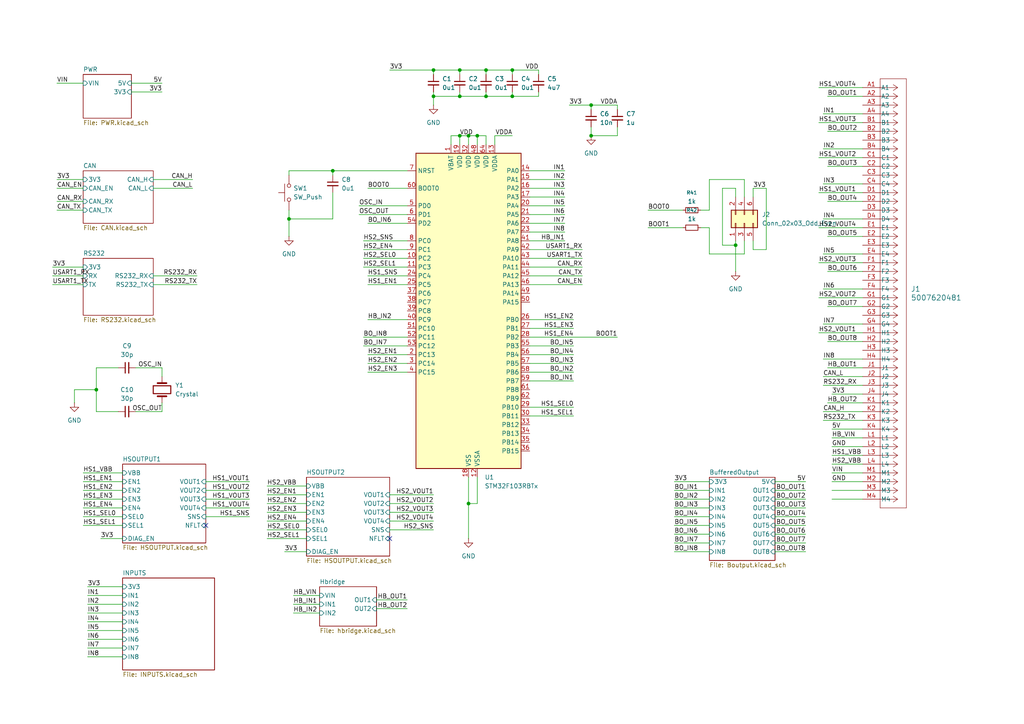
<source format=kicad_sch>
(kicad_sch (version 20250114) (generator "eeschema") (generator_version "9.0")
  (paper "A4")
  (lib_symbols
    (symbol "Connector_Generic:Conn_02x03_Odd_Even" (pin_names (offset 1.016) (hide yes))
      (property "Reference" "J" (at 1.27 5.08 0))
      (property "Value" "Conn_02x03_Odd_Even" (at 1.27 -5.08 0))
      (symbol "Conn_02x03_Odd_Even_1_1"
        (pin passive line (at -5.08 2.54 0) (length 3.81) (name "Pin_1") (number "1"))
        (pin passive line (at -5.08 0 0) (length 3.81) (name "Pin_3") (number "3"))
        (pin passive line (at -5.08 -2.54 0) (length 3.81) (name "Pin_5") (number "5"))
        (pin passive line (at 7.62 2.54 180) (length 3.81) (name "Pin_2") (number "2"))
        (pin passive line (at 7.62 0 180) (length 3.81) (name "Pin_4") (number "4"))
        (pin passive line (at 7.62 -2.54 180) (length 3.81) (name "Pin_6") (number "6"))
      )
    )
    (symbol "Device:C_Small" (pin_numbers (hide yes)) (pin_names (offset 0.254) (hide yes))
      (property "Reference" "C" (at 0.254 1.778 0))
      (property "Value" "C_Small" (at 0.254 -2.032 0))
      (symbol "C_Small_1_1"
        (pin passive line (at 0 2.54 270) (length 2.032) (name "~") (number "1"))
        (pin passive line (at 0 -2.54 90) (length 2.032) (name "~") (number "2"))
      )
    )
    (symbol "Device:Crystal" (pin_numbers (hide yes)) (pin_names (offset 1.016) (hide yes))
      (property "Reference" "Y" (at 0 3.81 0))
      (property "Value" "Crystal" (at 0 -3.81 0))
      (symbol "Crystal_1_1"
        (pin passive line (at -3.81 0 0) (length 1.27) (name "1") (number "1"))
        (pin passive line (at 3.81 0 180) (length 1.27) (name "2") (number "2"))
      )
    )
    (symbol "Device:R_Small" (pin_numbers (hide yes)) (pin_names (offset 0.254) (hide yes))
      (property "Reference" "R" (at 0 0 90))
      (property "Value" "R_Small" (at 1.778 0 90))
      (symbol "R_Small_1_1"
        (pin passive line (at 0 2.54 270) (length 0.762) (name "~") (number "1"))
        (pin passive line (at 0 -2.54 90) (length 0.762) (name "~") (number "2"))
      )
    )
    (symbol "MCU_ST_STM32F1:STM32F103RBTx"
      (property "Reference" "U" (at -15.24 46.99 0))
      (property "Value" "STM32F103RBTx" (at 10.16 46.99 0))
      (symbol "STM32F103RBTx_1_1"
        (pin input line (at -17.78 40.64 0) (length 2.54) (name "NRST") (number "7"))
        (pin input line (at -17.78 35.56 0) (length 2.54) (name "BOOT0") (number "60"))
        (pin bidirectional line (at -17.78 30.48 0) (length 2.54) (name "PD0") (number "5"))
        (pin bidirectional line (at -17.78 27.94 0) (length 2.54) (name "PD1") (number "6"))
        (pin bidirectional line (at -17.78 25.4 0) (length 2.54) (name "PD2") (number "54"))
        (pin bidirectional line (at -17.78 20.32 0) (length 2.54) (name "PC0") (number "8"))
        (pin bidirectional line (at -17.78 17.78 0) (length 2.54) (name "PC1") (number "9"))
        (pin bidirectional line (at -17.78 15.24 0) (length 2.54) (name "PC2") (number "10"))
        (pin bidirectional line (at -17.78 12.7 0) (length 2.54) (name "PC3") (number "11"))
        (pin bidirectional line (at -17.78 10.16 0) (length 2.54) (name "PC4") (number "24"))
        (pin bidirectional line (at -17.78 7.62 0) (length 2.54) (name "PC5") (number "25"))
        (pin bidirectional line (at -17.78 5.08 0) (length 2.54) (name "PC6") (number "37"))
        (pin bidirectional line (at -17.78 2.54 0) (length 2.54) (name "PC7") (number "38"))
        (pin bidirectional line (at -17.78 0 0) (length 2.54) (name "PC8") (number "39"))
        (pin bidirectional line (at -17.78 -2.54 0) (length 2.54) (name "PC9") (number "40"))
        (pin bidirectional line (at -17.78 -5.08 0) (length 2.54) (name "PC10") (number "51"))
        (pin bidirectional line (at -17.78 -7.62 0) (length 2.54) (name "PC11") (number "52"))
        (pin bidirectional line (at -17.78 -10.16 0) (length 2.54) (name "PC12") (number "53"))
        (pin bidirectional line (at -17.78 -12.7 0) (length 2.54) (name "PC13") (number "2"))
        (pin bidirectional line (at -17.78 -15.24 0) (length 2.54) (name "PC14") (number "3"))
        (pin bidirectional line (at -17.78 -17.78 0) (length 2.54) (name "PC15") (number "4"))
        (pin power_in line (at -5.08 48.26 270) (length 2.54) (name "VBAT") (number "1"))
        (pin power_in line (at -2.54 48.26 270) (length 2.54) (name "VDD") (number "19"))
        (pin power_in line (at 0 48.26 270) (length 2.54) (name "VDD") (number "32"))
        (pin power_in line (at 0 -48.26 90) (length 2.54) (name "VSS") (number "18"))
        (pin passive line (at 0 -48.26 90) (length 2.54) (hide yes) (name "VSS") (number "31"))
        (pin passive line (at 0 -48.26 90) (length 2.54) (hide yes) (name "VSS") (number "47"))
        (pin passive line (at 0 -48.26 90) (length 2.54) (hide yes) (name "VSS") (number "63"))
        (pin power_in line (at 2.54 48.26 270) (length 2.54) (name "VDD") (number "48"))
        (pin power_in line (at 2.54 -48.26 90) (length 2.54) (name "VSSA") (number "12"))
        (pin power_in line (at 5.08 48.26 270) (length 2.54) (name "VDD") (number "64"))
        (pin power_in line (at 7.62 48.26 270) (length 2.54) (name "VDDA") (number "13"))
        (pin bidirectional line (at 17.78 40.64 180) (length 2.54) (name "PA0") (number "14"))
        (pin bidirectional line (at 17.78 38.1 180) (length 2.54) (name "PA1") (number "15"))
        (pin bidirectional line (at 17.78 35.56 180) (length 2.54) (name "PA2") (number "16"))
        (pin bidirectional line (at 17.78 33.02 180) (length 2.54) (name "PA3") (number "17"))
        (pin bidirectional line (at 17.78 30.48 180) (length 2.54) (name "PA4") (number "20"))
        (pin bidirectional line (at 17.78 27.94 180) (length 2.54) (name "PA5") (number "21"))
        (pin bidirectional line (at 17.78 25.4 180) (length 2.54) (name "PA6") (number "22"))
        (pin bidirectional line (at 17.78 22.86 180) (length 2.54) (name "PA7") (number "23"))
        (pin bidirectional line (at 17.78 20.32 180) (length 2.54) (name "PA8") (number "41"))
        (pin bidirectional line (at 17.78 17.78 180) (length 2.54) (name "PA9") (number "42"))
        (pin bidirectional line (at 17.78 15.24 180) (length 2.54) (name "PA10") (number "43"))
        (pin bidirectional line (at 17.78 12.7 180) (length 2.54) (name "PA11") (number "44"))
        (pin bidirectional line (at 17.78 10.16 180) (length 2.54) (name "PA12") (number "45"))
        (pin bidirectional line (at 17.78 7.62 180) (length 2.54) (name "PA13") (number "46"))
        (pin bidirectional line (at 17.78 5.08 180) (length 2.54) (name "PA14") (number "49"))
        (pin bidirectional line (at 17.78 2.54 180) (length 2.54) (name "PA15") (number "50"))
        (pin bidirectional line (at 17.78 -2.54 180) (length 2.54) (name "PB0") (number "26"))
        (pin bidirectional line (at 17.78 -5.08 180) (length 2.54) (name "PB1") (number "27"))
        (pin bidirectional line (at 17.78 -7.62 180) (length 2.54) (name "PB2") (number "28"))
        (pin bidirectional line (at 17.78 -10.16 180) (length 2.54) (name "PB3") (number "55"))
        (pin bidirectional line (at 17.78 -12.7 180) (length 2.54) (name "PB4") (number "56"))
        (pin bidirectional line (at 17.78 -15.24 180) (length 2.54) (name "PB5") (number "57"))
        (pin bidirectional line (at 17.78 -17.78 180) (length 2.54) (name "PB6") (number "58"))
        (pin bidirectional line (at 17.78 -20.32 180) (length 2.54) (name "PB7") (number "59"))
        (pin bidirectional line (at 17.78 -22.86 180) (length 2.54) (name "PB8") (number "61"))
        (pin bidirectional line (at 17.78 -25.4 180) (length 2.54) (name "PB9") (number "62"))
        (pin bidirectional line (at 17.78 -27.94 180) (length 2.54) (name "PB10") (number "29"))
        (pin bidirectional line (at 17.78 -30.48 180) (length 2.54) (name "PB11") (number "30"))
        (pin bidirectional line (at 17.78 -33.02 180) (length 2.54) (name "PB12") (number "33"))
        (pin bidirectional line (at 17.78 -35.56 180) (length 2.54) (name "PB13") (number "34"))
        (pin bidirectional line (at 17.78 -38.1 180) (length 2.54) (name "PB14") (number "35"))
        (pin bidirectional line (at 17.78 -40.64 180) (length 2.54) (name "PB15") (number "36"))
      )
    )
    (symbol "Switch:SW_Push" (pin_numbers (hide yes)) (pin_names (offset 1.016) (hide yes))
      (property "Reference" "SW" (at 1.27 2.54 0))
      (property "Value" "SW_Push" (at 0 -1.524 0))
      (symbol "SW_Push_0_1"
        (pin passive line (at -5.08 0 0) (length 2.54) (name "1") (number "1"))
        (pin passive line (at 5.08 0 180) (length 2.54) (name "2") (number "2"))
      )
    )
    (symbol "molex:5007620481" (pin_names (offset 0.254))
      (property "Reference" "J" (at 8.89 6.35 0))
      (property "Value" "5007620481" (at 0 0 0))
      (symbol "5007620481_1_1"
        (pin unspecified line (at 0 0 0) (length 5.08) (name "A1") (number "A1"))
        (pin unspecified line (at 0 -2.54 0) (length 5.08) (name "A2") (number "A2"))
        (pin unspecified line (at 0 -5.08 0) (length 5.08) (name "A3") (number "A3"))
        (pin unspecified line (at 0 -7.62 0) (length 5.08) (name "A4") (number "A4"))
        (pin unspecified line (at 0 -10.16 0) (length 5.08) (name "B1") (number "B1"))
        (pin unspecified line (at 0 -12.7 0) (length 5.08) (name "B2") (number "B2"))
        (pin unspecified line (at 0 -15.24 0) (length 5.08) (name "B3") (number "B3"))
        (pin unspecified line (at 0 -17.78 0) (length 5.08) (name "B4") (number "B4"))
        (pin unspecified line (at 0 -20.32 0) (length 5.08) (name "C1") (number "C1"))
        (pin unspecified line (at 0 -22.86 0) (length 5.08) (name "C2") (number "C2"))
        (pin unspecified line (at 0 -25.4 0) (length 5.08) (name "C3") (number "C3"))
        (pin unspecified line (at 0 -27.94 0) (length 5.08) (name "C4") (number "C4"))
        (pin unspecified line (at 0 -30.48 0) (length 5.08) (name "D1") (number "D1"))
        (pin unspecified line (at 0 -33.02 0) (length 5.08) (name "D2") (number "D2"))
        (pin unspecified line (at 0 -35.56 0) (length 5.08) (name "D3") (number "D3"))
        (pin unspecified line (at 0 -38.1 0) (length 5.08) (name "D4") (number "D4"))
        (pin unspecified line (at 0 -40.64 0) (length 5.08) (name "E1") (number "E1"))
        (pin unspecified line (at 0 -43.18 0) (length 5.08) (name "E2") (number "E2"))
        (pin unspecified line (at 0 -45.72 0) (length 5.08) (name "E3") (number "E3"))
        (pin unspecified line (at 0 -48.26 0) (length 5.08) (name "E4") (number "E4"))
        (pin unspecified line (at 0 -50.8 0) (length 5.08) (name "F1") (number "F1"))
        (pin unspecified line (at 0 -53.34 0) (length 5.08) (name "F2") (number "F2"))
        (pin unspecified line (at 0 -55.88 0) (length 5.08) (name "F3") (number "F3"))
        (pin unspecified line (at 0 -58.42 0) (length 5.08) (name "F4") (number "F4"))
        (pin unspecified line (at 0 -60.96 0) (length 5.08) (name "G1") (number "G1"))
        (pin unspecified line (at 0 -63.5 0) (length 5.08) (name "G2") (number "G2"))
        (pin unspecified line (at 0 -66.04 0) (length 5.08) (name "G3") (number "G3"))
        (pin unspecified line (at 0 -68.58 0) (length 5.08) (name "G4") (number "G4"))
        (pin unspecified line (at 0 -71.12 0) (length 5.08) (name "H1") (number "H1"))
        (pin unspecified line (at 0 -73.66 0) (length 5.08) (name "H2") (number "H2"))
        (pin unspecified line (at 0 -76.2 0) (length 5.08) (name "H3") (number "H3"))
        (pin unspecified line (at 0 -78.74 0) (length 5.08) (name "H4") (number "H4"))
        (pin unspecified line (at 0 -81.28 0) (length 5.08) (name "J1") (number "J1"))
        (pin unspecified line (at 0 -83.82 0) (length 5.08) (name "J2") (number "J2"))
        (pin unspecified line (at 0 -86.36 0) (length 5.08) (name "J3") (number "J3"))
        (pin unspecified line (at 0 -88.9 0) (length 5.08) (name "J4") (number "J4"))
        (pin unspecified line (at 0 -91.44 0) (length 5.08) (name "K1") (number "K1"))
        (pin unspecified line (at 0 -93.98 0) (length 5.08) (name "K2") (number "K2"))
        (pin unspecified line (at 0 -96.52 0) (length 5.08) (name "K3") (number "K3"))
        (pin unspecified line (at 0 -99.06 0) (length 5.08) (name "K4") (number "K4"))
        (pin unspecified line (at 0 -101.6 0) (length 5.08) (name "L1") (number "L1"))
        (pin unspecified line (at 0 -104.14 0) (length 5.08) (name "L2") (number "L2"))
        (pin unspecified line (at 0 -106.68 0) (length 5.08) (name "L3") (number "L3"))
        (pin unspecified line (at 0 -109.22 0) (length 5.08) (name "L4") (number "L4"))
        (pin unspecified line (at 0 -111.76 0) (length 5.08) (name "M1") (number "M1"))
        (pin unspecified line (at 0 -114.3 0) (length 5.08) (name "M2") (number "M2"))
        (pin unspecified line (at 0 -116.84 0) (length 5.08) (name "M3") (number "M3"))
        (pin unspecified line (at 0 -119.38 0) (length 5.08) (name "M4") (number "M4"))
      )
      (symbol "5007620481_1_2"
        (pin unspecified line (at 0 0 0) (length 5.08) (name "A1") (number "A1"))
        (pin unspecified line (at 0 -2.54 0) (length 5.08) (name "A2") (number "A2"))
        (pin unspecified line (at 0 -5.08 0) (length 5.08) (name "A3") (number "A3"))
        (pin unspecified line (at 0 -7.62 0) (length 5.08) (name "A4") (number "A4"))
        (pin unspecified line (at 0 -10.16 0) (length 5.08) (name "B1") (number "B1"))
        (pin unspecified line (at 0 -12.7 0) (length 5.08) (name "B2") (number "B2"))
        (pin unspecified line (at 0 -15.24 0) (length 5.08) (name "B3") (number "B3"))
        (pin unspecified line (at 0 -17.78 0) (length 5.08) (name "B4") (number "B4"))
        (pin unspecified line (at 0 -20.32 0) (length 5.08) (name "C1") (number "C1"))
        (pin unspecified line (at 0 -22.86 0) (length 5.08) (name "C2") (number "C2"))
        (pin unspecified line (at 0 -25.4 0) (length 5.08) (name "C3") (number "C3"))
        (pin unspecified line (at 0 -27.94 0) (length 5.08) (name "C4") (number "C4"))
        (pin unspecified line (at 0 -30.48 0) (length 5.08) (name "D1") (number "D1"))
        (pin unspecified line (at 0 -33.02 0) (length 5.08) (name "D2") (number "D2"))
        (pin unspecified line (at 0 -35.56 0) (length 5.08) (name "D3") (number "D3"))
        (pin unspecified line (at 0 -38.1 0) (length 5.08) (name "D4") (number "D4"))
        (pin unspecified line (at 0 -40.64 0) (length 5.08) (name "E1") (number "E1"))
        (pin unspecified line (at 0 -43.18 0) (length 5.08) (name "E2") (number "E2"))
        (pin unspecified line (at 0 -45.72 0) (length 5.08) (name "E3") (number "E3"))
        (pin unspecified line (at 0 -48.26 0) (length 5.08) (name "E4") (number "E4"))
        (pin unspecified line (at 0 -50.8 0) (length 5.08) (name "F1") (number "F1"))
        (pin unspecified line (at 0 -53.34 0) (length 5.08) (name "F2") (number "F2"))
        (pin unspecified line (at 0 -55.88 0) (length 5.08) (name "F3") (number "F3"))
        (pin unspecified line (at 0 -58.42 0) (length 5.08) (name "F4") (number "F4"))
        (pin unspecified line (at 0 -60.96 0) (length 5.08) (name "G1") (number "G1"))
        (pin unspecified line (at 0 -63.5 0) (length 5.08) (name "G2") (number "G2"))
        (pin unspecified line (at 0 -66.04 0) (length 5.08) (name "G3") (number "G3"))
        (pin unspecified line (at 0 -68.58 0) (length 5.08) (name "G4") (number "G4"))
        (pin unspecified line (at 0 -71.12 0) (length 5.08) (name "H1") (number "H1"))
        (pin unspecified line (at 0 -73.66 0) (length 5.08) (name "H2") (number "H2"))
        (pin unspecified line (at 0 -76.2 0) (length 5.08) (name "H3") (number "H3"))
        (pin unspecified line (at 0 -78.74 0) (length 5.08) (name "H4") (number "H4"))
        (pin unspecified line (at 0 -81.28 0) (length 5.08) (name "J1") (number "J1"))
        (pin unspecified line (at 0 -83.82 0) (length 5.08) (name "J2") (number "J2"))
        (pin unspecified line (at 0 -86.36 0) (length 5.08) (name "J3") (number "J3"))
        (pin unspecified line (at 0 -88.9 0) (length 5.08) (name "J4") (number "J4"))
        (pin unspecified line (at 0 -91.44 0) (length 5.08) (name "K1") (number "K1"))
        (pin unspecified line (at 0 -93.98 0) (length 5.08) (name "K2") (number "K2"))
        (pin unspecified line (at 0 -96.52 0) (length 5.08) (name "K3") (number "K3"))
        (pin unspecified line (at 0 -99.06 0) (length 5.08) (name "K4") (number "K4"))
        (pin unspecified line (at 0 -101.6 0) (length 5.08) (name "L1") (number "L1"))
        (pin unspecified line (at 0 -104.14 0) (length 5.08) (name "L2") (number "L2"))
        (pin unspecified line (at 0 -106.68 0) (length 5.08) (name "L3") (number "L3"))
        (pin unspecified line (at 0 -109.22 0) (length 5.08) (name "L4") (number "L4"))
        (pin unspecified line (at 0 -111.76 0) (length 5.08) (name "M1") (number "M1"))
        (pin unspecified line (at 0 -114.3 0) (length 5.08) (name "M2") (number "M2"))
        (pin unspecified line (at 0 -116.84 0) (length 5.08) (name "M3") (number "M3"))
        (pin unspecified line (at 0 -119.38 0) (length 5.08) (name "M4") (number "M4"))
      )
    )
    (symbol "power:GND" (power) (pin_numbers (hide yes)) (pin_names (offset 0) (hide yes))
      (property "Value" "GND" (at 0 -3.81 0))
      (symbol "GND_1_1"
        (pin power_in line (at 0 0 270) (length 0) (name "~") (number "1"))
      )
    )
  )
  (junction (at 133.35 39.37))
  (junction (at 96.52 49.53))
  (junction (at 171.45 30.48))
  (junction (at 133.35 20.32))
  (junction (at 213.36 71.12))
  (junction (at 135.89 146.05))
  (junction (at 135.89 39.37))
  (junction (at 27.94 113.03))
  (junction (at 140.97 20.32))
  (junction (at 133.35 27.94))
  (junction (at 138.43 39.37))
  (junction (at 125.73 27.94))
  (junction (at 171.45 39.37))
  (junction (at 148.59 20.32))
  (junction (at 125.73 20.32))
  (junction (at 148.59 27.94))
  (junction (at 140.97 27.94))
  (junction (at 83.82 63.5))
  (no_connect (at 59.69 152.4))
  (no_connect (at 113.03 156.21))
  (wire (pts (xy 195.58 144.78) (xy 205.74 144.78)))
  (wire (pts (xy 195.58 139.7) (xy 205.74 139.7)))
  (wire (pts (xy 156.21 26.67) (xy 156.21 27.94)))
  (wire (pts (xy 148.59 27.94) (xy 156.21 27.94)))
  (wire (pts (xy 16.51 60.96) (xy 24.13 60.96)))
  (wire (pts (xy 135.89 146.05) (xy 135.89 156.21)))
  (wire (pts (xy 25.4 177.8) (xy 35.56 177.8)))
  (wire (pts (xy 130.81 39.37) (xy 130.81 41.91)))
  (wire (pts (xy 46.99 106.68) (xy 46.99 109.22)))
  (wire (pts (xy 195.58 157.48) (xy 205.74 157.48)))
  (wire (pts (xy 195.58 154.94) (xy 205.74 154.94)))
  (wire (pts (xy 138.43 146.05) (xy 135.89 146.05)))
  (wire (pts (xy 106.68 102.87) (xy 118.11 102.87)))
  (wire (pts (xy 104.14 59.69) (xy 118.11 59.69)))
  (wire (pts (xy 15.24 80.01) (xy 24.13 80.01)))
  (wire (pts (xy 25.4 187.96) (xy 35.56 187.96)))
  (wire (pts (xy 77.47 148.59) (xy 88.9 148.59)))
  (wire (pts (xy 85.09 175.26) (xy 92.71 175.26)))
  (wire (pts (xy 153.67 57.15) (xy 163.83 57.15)))
  (wire (pts (xy 16.51 24.13) (xy 24.13 24.13)))
  (wire (pts (xy 237.49 66.04) (xy 250.19 66.04)))
  (wire (pts (xy 240.03 78.74) (xy 250.19 78.74)))
  (wire (pts (xy 135.89 39.37) (xy 135.89 41.91)))
  (wire (pts (xy 113.03 148.59) (xy 125.73 148.59)))
  (wire (pts (xy 218.44 69.85) (xy 218.44 72.39)))
  (wire (pts (xy 24.13 147.32) (xy 35.56 147.32)))
  (wire (pts (xy 138.43 138.43) (xy 138.43 146.05)))
  (wire (pts (xy 241.3 142.24) (xy 250.19 142.24)))
  (wire (pts (xy 224.79 149.86) (xy 233.68 149.86)))
  (wire (pts (xy 241.3 127) (xy 250.19 127)))
  (wire (pts (xy 238.76 111.76) (xy 250.19 111.76)))
  (wire (pts (xy 38.1 26.67) (xy 46.99 26.67)))
  (wire (pts (xy 133.35 41.91) (xy 133.35 39.37)))
  (wire (pts (xy 77.47 151.13) (xy 88.9 151.13)))
  (wire (pts (xy 25.4 182.88) (xy 35.56 182.88)))
  (wire (pts (xy 138.43 39.37) (xy 138.43 41.91)))
  (wire (pts (xy 104.14 62.23) (xy 118.11 62.23)))
  (wire (pts (xy 138.43 39.37) (xy 140.97 39.37)))
  (wire (pts (xy 25.4 180.34) (xy 35.56 180.34)))
  (wire (pts (xy 224.79 144.78) (xy 233.68 144.78)))
  (wire (pts (xy 238.76 121.92) (xy 250.19 121.92)))
  (wire (pts (xy 25.4 172.72) (xy 35.56 172.72)))
  (wire (pts (xy 16.51 58.42) (xy 24.13 58.42)))
  (wire (pts (xy 240.03 88.9) (xy 250.19 88.9)))
  (wire (pts (xy 44.45 80.01) (xy 57.15 80.01)))
  (wire (pts (xy 133.35 27.94) (xy 140.97 27.94)))
  (wire (pts (xy 133.35 39.37) (xy 135.89 39.37)))
  (wire (pts (xy 153.67 62.23) (xy 163.83 62.23)))
  (wire (pts (xy 125.73 27.94) (xy 125.73 30.48)))
  (wire (pts (xy 27.94 106.68) (xy 27.94 113.03)))
  (wire (pts (xy 140.97 26.67) (xy 140.97 27.94)))
  (wire (pts (xy 238.76 109.22) (xy 250.19 109.22)))
  (wire (pts (xy 44.45 82.55) (xy 57.15 82.55)))
  (wire (pts (xy 240.03 99.06) (xy 250.19 99.06)))
  (wire (pts (xy 153.67 105.41) (xy 166.37 105.41)))
  (wire (pts (xy 133.35 20.32) (xy 140.97 20.32)))
  (wire (pts (xy 106.68 82.55) (xy 118.11 82.55)))
  (wire (pts (xy 106.68 64.77) (xy 118.11 64.77)))
  (wire (pts (xy 237.49 96.52) (xy 250.19 96.52)))
  (wire (pts (xy 59.69 142.24) (xy 72.39 142.24)))
  (wire (pts (xy 238.76 43.18) (xy 250.19 43.18)))
  (wire (pts (xy 148.59 26.67) (xy 148.59 27.94)))
  (wire (pts (xy 44.45 52.07) (xy 55.88 52.07)))
  (wire (pts (xy 148.59 20.32) (xy 148.59 21.59)))
  (wire (pts (xy 171.45 31.75) (xy 171.45 30.48)))
  (wire (pts (xy 238.76 33.02) (xy 250.19 33.02)))
  (wire (pts (xy 237.49 45.72) (xy 250.19 45.72)))
  (wire (pts (xy 105.41 77.47) (xy 118.11 77.47)))
  (wire (pts (xy 179.07 30.48) (xy 179.07 31.75)))
  (wire (pts (xy 27.94 119.38) (xy 34.29 119.38)))
  (wire (pts (xy 24.13 144.78) (xy 35.56 144.78)))
  (wire (pts (xy 241.3 134.62) (xy 250.19 134.62)))
  (wire (pts (xy 238.76 119.38) (xy 250.19 119.38)))
  (wire (pts (xy 15.24 77.47) (xy 24.13 77.47)))
  (wire (pts (xy 153.67 64.77) (xy 163.83 64.77)))
  (wire (pts (xy 24.13 142.24) (xy 35.56 142.24)))
  (wire (pts (xy 59.69 149.86) (xy 72.39 149.86)))
  (wire (pts (xy 171.45 30.48) (xy 179.07 30.48)))
  (wire (pts (xy 222.25 72.39) (xy 222.25 54.61)))
  (wire (pts (xy 125.73 26.67) (xy 125.73 27.94)))
  (wire (pts (xy 153.67 95.25) (xy 166.37 95.25)))
  (wire (pts (xy 153.67 69.85) (xy 163.83 69.85)))
  (wire (pts (xy 83.82 60.96) (xy 83.82 63.5)))
  (wire (pts (xy 240.03 106.68) (xy 250.19 106.68)))
  (wire (pts (xy 240.03 68.58) (xy 250.19 68.58)))
  (wire (pts (xy 241.3 144.78) (xy 250.19 144.78)))
  (wire (pts (xy 240.03 27.94) (xy 250.19 27.94)))
  (wire (pts (xy 24.13 152.4) (xy 35.56 152.4)))
  (wire (pts (xy 106.68 54.61) (xy 118.11 54.61)))
  (wire (pts (xy 241.3 129.54) (xy 250.19 129.54)))
  (wire (pts (xy 224.79 139.7) (xy 233.68 139.7)))
  (wire (pts (xy 153.67 92.71) (xy 166.37 92.71)))
  (wire (pts (xy 83.82 49.53) (xy 83.82 50.8)))
  (wire (pts (xy 113.03 153.67) (xy 125.73 153.67)))
  (wire (pts (xy 195.58 147.32) (xy 205.74 147.32)))
  (wire (pts (xy 240.03 58.42) (xy 250.19 58.42)))
  (wire (pts (xy 203.2 66.04) (xy 205.74 66.04)))
  (wire (pts (xy 171.45 39.37) (xy 179.07 39.37)))
  (wire (pts (xy 105.41 72.39) (xy 118.11 72.39)))
  (wire (pts (xy 215.9 73.66) (xy 215.9 69.85)))
  (wire (pts (xy 205.74 52.07) (xy 215.9 52.07)))
  (wire (pts (xy 24.13 139.7) (xy 35.56 139.7)))
  (wire (pts (xy 179.07 39.37) (xy 179.07 36.83)))
  (wire (pts (xy 153.67 97.79) (xy 179.07 97.79)))
  (wire (pts (xy 153.67 52.07) (xy 163.83 52.07)))
  (wire (pts (xy 143.51 39.37) (xy 143.51 41.91)))
  (wire (pts (xy 133.35 26.67) (xy 133.35 27.94)))
  (wire (pts (xy 205.74 60.96) (xy 205.74 52.07)))
  (wire (pts (xy 113.03 146.05) (xy 125.73 146.05)))
  (wire (pts (xy 85.09 177.8) (xy 92.71 177.8)))
  (wire (pts (xy 59.69 139.7) (xy 72.39 139.7)))
  (wire (pts (xy 241.3 137.16) (xy 250.19 137.16)))
  (wire (pts (xy 195.58 142.24) (xy 205.74 142.24)))
  (wire (pts (xy 187.96 60.96) (xy 198.12 60.96)))
  (wire (pts (xy 187.96 66.04) (xy 198.12 66.04)))
  (wire (pts (xy 125.73 27.94) (xy 133.35 27.94)))
  (wire (pts (xy 238.76 104.14) (xy 250.19 104.14)))
  (wire (pts (xy 46.99 119.38) (xy 46.99 116.84)))
  (wire (pts (xy 195.58 152.4) (xy 205.74 152.4)))
  (wire (pts (xy 105.41 100.33) (xy 118.11 100.33)))
  (wire (pts (xy 83.82 63.5) (xy 83.82 68.58)))
  (wire (pts (xy 59.69 147.32) (xy 72.39 147.32)))
  (wire (pts (xy 237.49 76.2) (xy 250.19 76.2)))
  (wire (pts (xy 215.9 52.07) (xy 215.9 57.15)))
  (wire (pts (xy 44.45 54.61) (xy 55.88 54.61)))
  (wire (pts (xy 59.69 144.78) (xy 72.39 144.78)))
  (wire (pts (xy 135.89 138.43) (xy 135.89 146.05)))
  (wire (pts (xy 237.49 86.36) (xy 250.19 86.36)))
  (wire (pts (xy 222.25 54.61) (xy 218.44 54.61)))
  (wire (pts (xy 38.1 24.13) (xy 46.99 24.13)))
  (wire (pts (xy 39.37 106.68) (xy 46.99 106.68)))
  (wire (pts (xy 153.67 107.95) (xy 166.37 107.95)))
  (wire (pts (xy 153.67 74.93) (xy 168.91 74.93)))
  (wire (pts (xy 213.36 57.15) (xy 213.36 54.61)))
  (wire (pts (xy 77.47 143.51) (xy 88.9 143.51)))
  (wire (pts (xy 224.79 154.94) (xy 233.68 154.94)))
  (wire (pts (xy 171.45 36.83) (xy 171.45 39.37)))
  (wire (pts (xy 238.76 53.34) (xy 250.19 53.34)))
  (wire (pts (xy 153.67 120.65) (xy 166.37 120.65)))
  (wire (pts (xy 85.09 172.72) (xy 92.71 172.72)))
  (wire (pts (xy 143.51 39.37) (xy 148.59 39.37)))
  (wire (pts (xy 241.3 124.46) (xy 250.19 124.46)))
  (wire (pts (xy 153.67 59.69) (xy 163.83 59.69)))
  (wire (pts (xy 140.97 39.37) (xy 140.97 41.91)))
  (wire (pts (xy 218.44 54.61) (xy 218.44 57.15)))
  (wire (pts (xy 34.29 106.68) (xy 27.94 106.68)))
  (wire (pts (xy 153.67 80.01) (xy 168.91 80.01)))
  (wire (pts (xy 21.59 116.84) (xy 21.59 113.03)))
  (wire (pts (xy 148.59 20.32) (xy 156.21 20.32)))
  (wire (pts (xy 153.67 54.61) (xy 163.83 54.61)))
  (wire (pts (xy 24.13 149.86) (xy 35.56 149.86)))
  (wire (pts (xy 153.67 102.87) (xy 166.37 102.87)))
  (wire (pts (xy 237.49 25.4) (xy 250.19 25.4)))
  (wire (pts (xy 153.67 82.55) (xy 168.91 82.55)))
  (wire (pts (xy 77.47 156.21) (xy 88.9 156.21)))
  (wire (pts (xy 240.03 48.26) (xy 250.19 48.26)))
  (wire (pts (xy 16.51 54.61) (xy 24.13 54.61)))
  (wire (pts (xy 213.36 71.12) (xy 213.36 78.74)))
  (wire (pts (xy 165.1 30.48) (xy 171.45 30.48)))
  (wire (pts (xy 140.97 27.94) (xy 148.59 27.94)))
  (wire (pts (xy 241.3 132.08) (xy 250.19 132.08)))
  (wire (pts (xy 238.76 83.82) (xy 250.19 83.82)))
  (wire (pts (xy 224.79 152.4) (xy 233.68 152.4)))
  (wire (pts (xy 96.52 49.53) (xy 96.52 50.8)))
  (wire (pts (xy 16.51 52.07) (xy 24.13 52.07)))
  (wire (pts (xy 224.79 147.32) (xy 233.68 147.32)))
  (wire (pts (xy 153.67 118.11) (xy 166.37 118.11)))
  (wire (pts (xy 82.55 160.02) (xy 88.9 160.02)))
  (wire (pts (xy 29.21 156.21) (xy 35.56 156.21)))
  (wire (pts (xy 105.41 69.85) (xy 118.11 69.85)))
  (wire (pts (xy 140.97 20.32) (xy 148.59 20.32)))
  (wire (pts (xy 15.24 82.55) (xy 24.13 82.55)))
  (wire (pts (xy 106.68 80.01) (xy 118.11 80.01)))
  (wire (pts (xy 241.3 139.7) (xy 250.19 139.7)))
  (wire (pts (xy 96.52 49.53) (xy 83.82 49.53)))
  (wire (pts (xy 105.41 74.93) (xy 118.11 74.93)))
  (wire (pts (xy 96.52 55.88) (xy 96.52 63.5)))
  (wire (pts (xy 153.67 77.47) (xy 168.91 77.47)))
  (wire (pts (xy 25.4 170.18) (xy 35.56 170.18)))
  (wire (pts (xy 25.4 190.5) (xy 35.56 190.5)))
  (wire (pts (xy 109.22 176.53) (xy 118.11 176.53)))
  (wire (pts (xy 25.4 175.26) (xy 35.56 175.26)))
  (wire (pts (xy 96.52 63.5) (xy 83.82 63.5)))
  (wire (pts (xy 153.67 100.33) (xy 166.37 100.33)))
  (wire (pts (xy 113.03 143.51) (xy 125.73 143.51)))
  (wire (pts (xy 241.3 114.3) (xy 250.19 114.3)))
  (wire (pts (xy 133.35 39.37) (xy 130.81 39.37)))
  (wire (pts (xy 238.76 93.98) (xy 250.19 93.98)))
  (wire (pts (xy 105.41 97.79) (xy 118.11 97.79)))
  (wire (pts (xy 27.94 113.03) (xy 27.94 119.38)))
  (wire (pts (xy 106.68 107.95) (xy 118.11 107.95)))
  (wire (pts (xy 238.76 63.5) (xy 250.19 63.5)))
  (wire (pts (xy 153.67 110.49) (xy 166.37 110.49)))
  (wire (pts (xy 106.68 92.71) (xy 118.11 92.71)))
  (wire (pts (xy 125.73 20.32) (xy 133.35 20.32)))
  (wire (pts (xy 240.03 116.84) (xy 250.19 116.84)))
  (wire (pts (xy 237.49 35.56) (xy 250.19 35.56)))
  (wire (pts (xy 106.68 105.41) (xy 118.11 105.41)))
  (wire (pts (xy 133.35 20.32) (xy 133.35 21.59)))
  (wire (pts (xy 24.13 137.16) (xy 35.56 137.16)))
  (wire (pts (xy 218.44 72.39) (xy 222.25 72.39)))
  (wire (pts (xy 224.79 142.24) (xy 233.68 142.24)))
  (wire (pts (xy 205.74 66.04) (xy 205.74 73.66)))
  (wire (pts (xy 237.49 55.88) (xy 250.19 55.88)))
  (wire (pts (xy 153.67 49.53) (xy 163.83 49.53)))
  (wire (pts (xy 77.47 153.67) (xy 88.9 153.67)))
  (wire (pts (xy 21.59 113.03) (xy 27.94 113.03)))
  (wire (pts (xy 224.79 160.02) (xy 233.68 160.02)))
  (wire (pts (xy 153.67 72.39) (xy 168.91 72.39)))
  (wire (pts (xy 195.58 149.86) (xy 205.74 149.86)))
  (wire (pts (xy 153.67 67.31) (xy 163.83 67.31)))
  (wire (pts (xy 113.03 151.13) (xy 125.73 151.13)))
  (wire (pts (xy 213.36 69.85) (xy 213.36 71.12)))
  (wire (pts (xy 195.58 160.02) (xy 205.74 160.02)))
  (wire (pts (xy 240.03 38.1) (xy 250.19 38.1)))
  (wire (pts (xy 113.03 20.32) (xy 125.73 20.32)))
  (wire (pts (xy 25.4 185.42) (xy 35.56 185.42)))
  (wire (pts (xy 238.76 73.66) (xy 250.19 73.66)))
  (wire (pts (xy 77.47 140.97) (xy 88.9 140.97)))
  (wire (pts (xy 156.21 21.59) (xy 156.21 20.32)))
  (wire (pts (xy 77.47 146.05) (xy 88.9 146.05)))
  (wire (pts (xy 140.97 20.32) (xy 140.97 21.59)))
  (wire (pts (xy 125.73 21.59) (xy 125.73 20.32)))
  (wire (pts (xy 213.36 54.61) (xy 209.55 54.61)))
  (wire (pts (xy 205.74 73.66) (xy 215.9 73.66)))
  (wire (pts (xy 109.22 173.99) (xy 118.11 173.99)))
  (wire (pts (xy 209.55 71.12) (xy 213.36 71.12)))
  (wire (pts (xy 118.11 49.53) (xy 96.52 49.53)))
  (wire (pts (xy 135.89 39.37) (xy 138.43 39.37)))
  (wire (pts (xy 224.79 157.48) (xy 233.68 157.48)))
  (wire (pts (xy 209.55 54.61) (xy 209.55 71.12)))
  (wire (pts (xy 203.2 60.96) (xy 205.74 60.96)))
  (wire (pts (xy 39.37 119.38) (xy 46.99 119.38)))
  (label "HB_VIN" (at 241.3 127 0))
  (label "HS2_SNS" (at 105.41 69.85 0))
  (label "HS2_SEL1" (at 77.47 156.21 0))
  (label "VDDA" (at 179.07 30.48 180))
  (label "HB_IN1" (at 163.83 69.85 180))
  (label "HS2_VBB" (at 241.3 134.62 0))
  (label "OSC_OUT" (at 104.14 62.23 0))
  (label "HS2_EN1" (at 106.68 102.87 0))
  (label "IN1" (at 25.4 172.72 0))
  (label "HS2_VOUT1" (at 125.73 143.51 180))
  (label "BO_IN5" (at 195.58 152.4 0))
  (label "HS2_VOUT2" (at 237.49 86.36 0))
  (label "3V3" (at 241.3 114.3 0))
  (label "USART1_RX" (at 168.91 72.39 180))
  (label "HB_OUT1" (at 240.03 106.68 0))
  (label "OSC_IN" (at 46.99 106.68 180))
  (label "IN1" (at 163.83 49.53 180))
  (label "HS1_VOUT3" (at 237.49 35.56 0))
  (label "HS1_VOUT3" (at 72.39 144.78 180))
  (label "CAN_H" (at 238.76 119.38 0))
  (label "USART1_TX" (at 168.91 74.93 180))
  (label "3V3" (at 25.4 170.18 0))
  (label "RS232_TX" (at 57.15 82.55 180))
  (label "BO_OUT2" (at 233.68 144.78 180))
  (label "HS1_SEL1" (at 24.13 152.4 0))
  (label "HS2_EN2" (at 106.68 105.41 0))
  (label "CAN_L" (at 238.76 109.22 0))
  (label "HS2_EN4" (at 77.47 151.13 0))
  (label "RS232_TX" (at 238.76 121.92 0))
  (label "BO_OUT4" (at 233.68 149.86 180))
  (label "CAN_EN" (at 168.91 82.55 180))
  (label "5V" (at 233.68 139.7 180))
  (label "RS232_RX" (at 57.15 80.01 180))
  (label "BO_OUT8" (at 240.03 99.06 0))
  (label "HB_IN2" (at 106.68 92.71 0))
  (label "BOOT0" (at 106.68 54.61 0))
  (label "BO_OUT2" (at 240.03 38.1 0))
  (label "IN6" (at 238.76 83.82 0))
  (label "3V3" (at 218.44 54.61 0))
  (label "HS1_VOUT4" (at 237.49 25.4 0))
  (label "IN6" (at 25.4 185.42 0))
  (label "IN6" (at 163.83 62.23 180))
  (label "IN2" (at 238.76 43.18 0))
  (label "IN7" (at 238.76 93.98 0))
  (label "HS2_EN2" (at 77.47 146.05 0))
  (label "CAN_EN" (at 16.51 54.61 0))
  (label "IN4" (at 163.83 57.15 180))
  (label "HS1_EN1" (at 24.13 139.7 0))
  (label "BOOT1" (at 187.96 66.04 0))
  (label "IN4" (at 238.76 63.5 0))
  (label "BO_OUT3" (at 233.68 147.32 180))
  (label "HS2_SEL1" (at 105.41 77.47 0))
  (label "IN2" (at 163.83 52.07 180))
  (label "5V" (at 241.3 124.46 0))
  (label "HS2_EN4" (at 105.41 72.39 0))
  (label "HB_VIN" (at 85.09 172.72 0))
  (label "HS1_SNS" (at 72.39 149.86 180))
  (label "CAN_TX" (at 168.91 80.01 180))
  (label "HS2_VOUT3" (at 237.49 76.2 0))
  (label "HS1_EN4" (at 24.13 147.32 0))
  (label "HS1_EN4" (at 166.37 97.79 180))
  (label "HS2_VOUT4" (at 125.73 151.13 180))
  (label "3V3" (at 113.03 20.32 0))
  (label "HS1_EN2" (at 166.37 92.71 180))
  (label "USART1_RX" (at 15.24 80.01 0))
  (label "HS1_VBB" (at 24.13 137.16 0))
  (label "BO_IN8" (at 105.41 97.79 0))
  (label "GND" (at 241.3 129.54 0))
  (label "BO_IN8" (at 195.58 160.02 0))
  (label "BO_IN3" (at 195.58 147.32 0))
  (label "BO_OUT8" (at 233.68 160.02 180))
  (label "IN3" (at 25.4 177.8 0))
  (label "HS1_SEL1" (at 166.37 120.65 180))
  (label "VIN" (at 16.51 24.13 0))
  (label "3V3" (at 16.51 52.07 0))
  (label "VDD" (at 156.21 20.32 180))
  (label "HS2_VOUT1" (at 237.49 96.52 0))
  (label "CAN_RX" (at 168.91 77.47 180))
  (label "CAN_L" (at 55.88 54.61 180))
  (label "CAN_TX" (at 16.51 60.96 0))
  (label "3V3" (at 15.24 77.47 0))
  (label "HB_OUT2" (at 240.03 116.84 0))
  (label "BO_OUT6" (at 240.03 78.74 0))
  (label "BO_OUT1" (at 233.68 142.24 180))
  (label "IN4" (at 25.4 180.34 0))
  (label "OSC_IN" (at 104.14 59.69 0))
  (label "IN7" (at 163.83 64.77 180))
  (label "HS2_EN1" (at 77.47 143.51 0))
  (label "HS2_EN3" (at 77.47 148.59 0))
  (label "BO_OUT4" (at 240.03 58.42 0))
  (label "BO_IN4" (at 195.58 149.86 0))
  (label "BO_OUT5" (at 233.68 152.4 180))
  (label "HS1_EN3" (at 166.37 95.25 180))
  (label "IN5" (at 25.4 182.88 0))
  (label "HB_IN1" (at 85.09 175.26 0))
  (label "HS1_VBB" (at 241.3 132.08 0))
  (label "HS2_SNS" (at 125.73 153.67 180))
  (label "IN5" (at 163.83 59.69 180))
  (label "HS2_EN3" (at 106.68 107.95 0))
  (label "BO_OUT6" (at 233.68 154.94 180))
  (label "5V" (at 46.99 24.13 180))
  (label "GND" (at 241.3 139.7 0))
  (label "3V3" (at 29.21 156.21 0))
  (label "HS2_SEL0" (at 105.41 74.93 0))
  (label "IN8" (at 238.76 104.14 0))
  (label "HS1_VOUT1" (at 72.39 139.7 180))
  (label "HS1_EN1" (at 106.68 82.55 0))
  (label "VIN" (at 241.3 137.16 0))
  (label "BO_IN5" (at 166.37 100.33 180))
  (label "HS2_VOUT2" (at 125.73 146.05 180))
  (label "CAN_H" (at 55.88 52.07 180))
  (label "3V3" (at 165.1 30.48 0))
  (label "HS2_VBB" (at 77.47 140.97 0))
  (label "BO_IN6" (at 195.58 154.94 0))
  (label "HB_OUT1" (at 118.11 173.99 180))
  (label "BO_OUT5" (at 240.03 68.58 0))
  (label "BO_IN7" (at 105.41 100.33 0))
  (label "BO_IN1" (at 195.58 142.24 0))
  (label "IN2" (at 25.4 175.26 0))
  (label "BO_IN1" (at 166.37 110.49 180))
  (label "BO_OUT1" (at 240.03 27.94 0))
  (label "HS1_VOUT2" (at 72.39 142.24 180))
  (label "BOOT0" (at 187.96 60.96 0))
  (label "BO_IN2" (at 195.58 144.78 0))
  (label "CAN_RX" (at 16.51 58.42 0))
  (label "IN1" (at 238.76 33.02 0))
  (label "HS1_EN3" (at 24.13 144.78 0))
  (label "BO_IN4" (at 166.37 102.87 180))
  (label "HS2_VOUT3" (at 125.73 148.59 180))
  (label "BOOT1" (at 179.07 97.79 180))
  (label "HS1_EN2" (at 24.13 142.24 0))
  (label "HS1_SEL0" (at 24.13 149.86 0))
  (label "HS2_VOUT4" (at 237.49 66.04 0))
  (label "IN3" (at 163.83 54.61 180))
  (label "IN7" (at 25.4 187.96 0))
  (label "OSC_OUT" (at 46.99 119.38 180))
  (label "BO_IN3" (at 166.37 105.41 180))
  (label "RS232_RX" (at 238.76 111.76 0))
  (label "HB_OUT2" (at 118.11 176.53 180))
  (label "VDDA" (at 148.59 39.37 180))
  (label "HS1_VOUT1" (at 237.49 55.88 0))
  (label "HS1_VOUT2" (at 237.49 45.72 0))
  (label "BO_IN2" (at 166.37 107.95 180))
  (label "HS2_SEL0" (at 77.47 153.67 0))
  (label "BO_OUT7" (at 240.03 88.9 0))
  (label "BO_IN7" (at 195.58 157.48 0))
  (label "3V3" (at 46.99 26.67 180))
  (label "HS1_SNS" (at 106.68 80.01 0))
  (label "3V3" (at 195.58 139.7 0))
  (label "HS1_SEL0" (at 166.37 118.11 180))
  (label "3V3" (at 82.55 160.02 0))
  (label "BO_OUT7" (at 233.68 157.48 180))
  (label "IN5" (at 238.76 73.66 0))
  (label "USART1_TX" (at 15.24 82.55 0))
  (label "IN3" (at 238.76 53.34 0))
  (label "BO_OUT3" (at 240.03 48.26 0))
  (label "HB_IN2" (at 85.09 177.8 0))
  (label "BO_IN6" (at 106.68 64.77 0))
  (label "IN8" (at 163.83 67.31 180))
  (label "IN8" (at 25.4 190.5 0))
  (label "HS1_VOUT4" (at 72.39 147.32 180))
  (label "VDD" (at 133.35 39.37 0))
  (symbol (lib_id "Device:C_Small") (at 36.83 119.38 90) (unit 1)
    (property "Reference" "C10" (at 36.8363 113.03 90))
    (property "Value" "30p" (at 36.8363 115.57 90))
    (property "Footprint" "Capacitor_SMD:C_0603_1608Metric_Pad1.08x0.95mm_HandSolder" (effects (hide yes)))
    (property "Description" "Unpolarized capacitor, small symbol" (effects (hide yes)))
  )
  (symbol (lib_id "Switch:SW_Push") (at 83.82 55.88 90) (unit 1)
    (property "Reference" "SW1" (at 85.09 54.6099 90) (effects (justify right)))
    (property "Value" "SW_Push" (at 85.09 57.1499 90) (effects (justify right)))
    (property "Footprint" "Button_Switch_SMD:SW_SPST_B3S-1000" (effects (hide yes)))
    (property "Description" "Push button switch, generic, two pins" (effects (hide yes)))
  )
  (symbol (lib_id "Device:C_Small") (at 96.52 53.34 0) (unit 1)
    (property "Reference" "C8" (at 99.06 52.0762 0) (effects (justify left)))
    (property "Value" "0u1" (at 99.06 54.6162 0) (effects (justify left)))
    (property "Footprint" "Capacitor_SMD:C_0603_1608Metric_Pad1.08x0.95mm_HandSolder" (effects (hide yes)))
    (property "Description" "Unpolarized capacitor, small symbol" (effects (hide yes)))
  )
  (symbol (lib_id "Device:C_Small") (at 171.45 34.29 0) (unit 1)
    (property "Reference" "C6" (at 173.99 33.0262 0) (effects (justify left)))
    (property "Value" "10n" (at 173.99 35.5662 0) (effects (justify left)))
    (property "Footprint" "Capacitor_SMD:C_0603_1608Metric_Pad1.08x0.95mm_HandSolder" (effects (hide yes)))
    (property "Description" "Unpolarized capacitor, small symbol" (effects (hide yes)))
  )
  (symbol (lib_id "Device:C_Small") (at 148.59 24.13 0) (unit 1)
    (property "Reference" "C4" (at 151.13 22.8662 0) (effects (justify left)))
    (property "Value" "0u1" (at 151.13 25.4062 0) (effects (justify left)))
    (property "Footprint" "Capacitor_SMD:C_0603_1608Metric_Pad1.08x0.95mm_HandSolder" (effects (hide yes)))
    (property "Description" "Unpolarized capacitor, small symbol" (effects (hide yes)))
  )
  (symbol (lib_id "Device:C_Small") (at 36.83 106.68 90) (unit 1)
    (property "Reference" "C9" (at 36.8363 100.33 90))
    (property "Value" "30p" (at 36.8363 102.87 90))
    (property "Footprint" "Capacitor_SMD:C_0603_1608Metric_Pad1.08x0.95mm_HandSolder" (effects (hide yes)))
    (property "Description" "Unpolarized capacitor, small symbol" (effects (hide yes)))
  )
  (symbol (lib_id "power:GND") (at 135.89 156.21 0) (unit 1)
    (property "Reference" "#PWR03" (effects (hide yes)))
    (property "Value" "GND" (at 135.89 161.29 0))
    (property "Description" "Power symbol creates a global label with name \"GND\" , ground" (effects (hide yes)))
  )
  (symbol (lib_id "Device:C_Small") (at 140.97 24.13 0) (unit 1)
    (property "Reference" "C3" (at 143.51 22.8662 0) (effects (justify left)))
    (property "Value" "0u1" (at 143.51 25.4062 0) (effects (justify left)))
    (property "Footprint" "Capacitor_SMD:C_0603_1608Metric_Pad1.08x0.95mm_HandSolder" (effects (hide yes)))
    (property "Description" "Unpolarized capacitor, small symbol" (effects (hide yes)))
  )
  (symbol (lib_id "Device:R_Small") (at 200.66 66.04 90) (unit 1)
    (property "Reference" "R42" (at 200.66 60.96 90) (effects (font (size 1.016 1.016))))
    (property "Value" "1k" (at 200.66 63.5 90))
    (property "Footprint" "Resistor_SMD:R_0603_1608Metric_Pad0.98x0.95mm_HandSolder" (effects (hide yes)))
    (property "Description" "Resistor, small symbol" (effects (hide yes)))
  )
  (symbol (lib_id "Device:C_Small") (at 133.35 24.13 0) (unit 1)
    (property "Reference" "C2" (at 135.89 22.8662 0) (effects (justify left)))
    (property "Value" "0u1" (at 135.89 25.4062 0) (effects (justify left)))
    (property "Footprint" "Capacitor_SMD:C_0603_1608Metric_Pad1.08x0.95mm_HandSolder" (effects (hide yes)))
    (property "Description" "Unpolarized capacitor, small symbol" (effects (hide yes)))
  )
  (symbol (lib_id "Device:Crystal") (at 46.99 113.03 90) (unit 1)
    (property "Reference" "Y1" (at 50.8 111.7599 90) (effects (justify right)))
    (property "Value" "Crystal" (at 50.8 114.2999 90) (effects (justify right)))
    (property "Footprint" "Crystal:Crystal_SMD_HC49-SD_HandSoldering" (effects (hide yes)))
    (property "Description" "Two pin crystal" (effects (hide yes)))
  )
  (symbol (lib_id "power:GND") (at 213.36 78.74 0) (unit 1)
    (property "Reference" "#PWR019" (effects (hide yes)))
    (property "Value" "GND" (at 213.36 83.82 0))
    (property "Description" "Power symbol creates a global label with name \"GND\" , ground" (effects (hide yes)))
  )
  (symbol (lib_id "power:GND") (at 21.59 116.84 0) (unit 1)
    (property "Reference" "#PWR06" (effects (hide yes)))
    (property "Value" "GND" (at 21.59 121.92 0))
    (property "Description" "Power symbol creates a global label with name \"GND\" , ground" (effects (hide yes)))
  )
  (symbol (lib_id "MCU_ST_STM32F1:STM32F103RBTx") (at 135.89 90.17 0) (unit 1)
    (property "Reference" "U1" (at 140.5733 138.43 0) (effects (justify left)))
    (property "Value" "STM32F103RBTx" (at 140.5733 140.97 0) (effects (justify left)))
    (property "Footprint" "Package_QFP:LQFP-64_10x10mm_P0.5mm" (effects (hide yes)))
    (property "Datasheet" "https://www.st.com/resource/en/datasheet/stm32f103rb.pdf" (effects (hide yes)))
    (property "Description" "STMicroelectronics Arm Cortex-M3 MCU, 128KB flash, 20KB RAM, 72 MHz, 2.0-3.6V, 51 GPIO, LQFP64" (effects (hide yes)))
  )
  (symbol (lib_id "power:GND") (at 83.82 68.58 0) (unit 1)
    (property "Reference" "#PWR05" (effects (hide yes)))
    (property "Value" "GND" (at 83.82 73.66 0))
    (property "Description" "Power symbol creates a global label with name \"GND\" , ground" (effects (hide yes)))
  )
  (symbol (lib_id "Device:R_Small") (at 200.66 60.96 90) (unit 1)
    (property "Reference" "R41" (at 200.66 55.88 90) (effects (font (size 1.016 1.016))))
    (property "Value" "1k" (at 200.66 58.42 90))
    (property "Footprint" "Resistor_SMD:R_0603_1608Metric_Pad0.98x0.95mm_HandSolder" (effects (hide yes)))
    (property "Description" "Resistor, small symbol" (effects (hide yes)))
  )
  (symbol (lib_id "Device:C_Small") (at 125.73 24.13 0) (unit 1)
    (property "Reference" "C1" (at 128.27 22.8662 0) (effects (justify left)))
    (property "Value" "0u1" (at 128.27 25.4062 0) (effects (justify left)))
    (property "Footprint" "Capacitor_SMD:C_0603_1608Metric_Pad1.08x0.95mm_HandSolder" (effects (hide yes)))
    (property "Description" "Unpolarized capacitor, small symbol" (effects (hide yes)))
  )
  (symbol (lib_id "Device:C_Small") (at 156.21 24.13 0) (unit 1)
    (property "Reference" "C5" (at 158.75 22.8662 0) (effects (justify left)))
    (property "Value" "4u7" (at 158.75 25.4062 0) (effects (justify left)))
    (property "Footprint" "Capacitor_SMD:C_0603_1608Metric_Pad1.08x0.95mm_HandSolder" (effects (hide yes)))
    (property "Description" "Unpolarized capacitor, small symbol" (effects (hide yes)))
  )
  (symbol (lib_id "molex:5007620481") (at 250.19 25.4 0) (unit 1)
    (property "Reference" "J1" (at 264.16 83.8199 0) (effects (font (size 1.524 1.524)) (justify left)))
    (property "Value" "5007620481" (at 264.16 86.3599 0) (effects (font (size 1.524 1.524)) (justify left)))
    (property "Footprint" "molex:CONN_SD-500762-001_MOL" (effects (hide yes)))
    (property "Datasheet" "https://www.molex.com/en-us/products/part-detail-pdf/5007620481?display=pdf" (effects (hide yes)))
  )
  (symbol (lib_id "Device:C_Small") (at 179.07 34.29 0) (unit 1)
    (property "Reference" "C7" (at 181.61 33.0262 0) (effects (justify left)))
    (property "Value" "1u" (at 181.61 35.5662 0) (effects (justify left)))
    (property "Footprint" "Capacitor_SMD:C_0603_1608Metric_Pad1.08x0.95mm_HandSolder" (effects (hide yes)))
    (property "Description" "Unpolarized capacitor, small symbol" (effects (hide yes)))
  )
  (symbol (lib_id "power:GND") (at 125.73 30.48 0) (unit 1)
    (property "Reference" "#PWR02" (effects (hide yes)))
    (property "Value" "GND" (at 125.73 35.56 0))
    (property "Description" "Power symbol creates a global label with name \"GND\" , ground" (effects (hide yes)))
  )
  (symbol (lib_id "power:GND") (at 171.45 39.37 0) (unit 1)
    (property "Reference" "#PWR04" (effects (hide yes)))
    (property "Value" "GND" (at 171.45 44.45 0))
    (property "Description" "Power symbol creates a global label with name \"GND\" , ground" (effects (hide yes)))
  )
  (symbol (lib_id "Connector_Generic:Conn_02x03_Odd_Even") (at 215.9 64.77 90) (unit 1)
    (property "Reference" "J2" (at 220.98 62.2299 90) (effects (justify right)))
    (property "Value" "Conn_02x03_Odd_Even" (at 220.98 64.7699 90) (effects (justify right)))
    (property "Footprint" "Connector_PinHeader_2.54mm:PinHeader_2x03_P2.54mm_Vertical" (effects (hide yes)))
    (property "Description" "Generic connector, double row, 02x03, odd/even pin numbering scheme (row 1 odd numbers, row 2 even numbers), script generated (kicad-library-utils/schlib/autogen/connector/)" (effects (hide yes)))
  )
  (sheet (at 24.13 21.59) (size 13.97 12.7) (stroke (width 0.1524))
    (property "Sheetname" "PWR" (at 24.13 20.8784 0) (effects (justify left bottom)))
    (property "Sheetfile" "PWR.kicad_sch" (at 24.13 34.8746 0) (effects (justify left top)))
    (pin "5V" input (at 38.1 24.13 0))
    (pin "3V3" input (at 38.1 26.67 0))
    (pin "VIN" input (at 24.13 24.13 180))
  )
  (sheet (at 88.9 138.43) (size 24.13 22.86) (stroke (width 0.1524))
    (property "Sheetname" "HSOUTPUT2" (at 88.9 137.7184 0) (effects (justify left bottom)))
    (property "Sheetfile" "HSOUTPUT.kicad_sch" (at 88.9 161.8746 0) (effects (justify left top)))
    (pin "DIAG_EN" input (at 88.9 160.02 180))
    (pin "EN1" input (at 88.9 143.51 180))
    (pin "EN2" input (at 88.9 146.05 180))
    (pin "EN3" input (at 88.9 148.59 180))
    (pin "EN4" input (at 88.9 151.13 180))
    (pin "NFLT" input (at 113.03 156.21 0))
    (pin "SEL0" input (at 88.9 153.67 180))
    (pin "SEL1" input (at 88.9 156.21 180))
    (pin "SNS" input (at 113.03 153.67 0))
    (pin "VBB" input (at 88.9 140.97 180))
    (pin "VOUT1" input (at 113.03 143.51 0))
    (pin "VOUT2" input (at 113.03 146.05 0))
    (pin "VOUT3" input (at 113.03 148.59 0))
    (pin "VOUT4" input (at 113.03 151.13 0))
  )
  (sheet (at 92.71 170.18) (size 16.51 11.43) (stroke (width 0.1524))
    (property "Sheetname" "Hbridge" (at 92.71 169.4684 0) (effects (justify left bottom)))
    (property "Sheetfile" "hbridge.kicad_sch" (at 92.71 182.1946 0) (effects (justify left top)))
    (pin "VIN" input (at 92.71 172.72 180))
    (pin "IN1" input (at 92.71 175.26 180))
    (pin "IN2" input (at 92.71 177.8 180))
    (pin "OUT1" input (at 109.22 173.99 0))
    (pin "OUT2" input (at 109.22 176.53 0))
  )
  (sheet (at 205.74 138.43) (size 19.05 24.13) (stroke (width 0.1524))
    (property "Sheetname" "BufferedOutput" (at 205.74 137.7184 0) (effects (justify left bottom)))
    (property "Sheetfile" "Boutput.kicad_sch" (at 205.74 163.1446 0) (effects (justify left top)))
    (pin "3V3" input (at 205.74 139.7 180))
    (pin "5V" input (at 224.79 139.7 0))
    (pin "IN1" input (at 205.74 142.24 180))
    (pin "IN2" input (at 205.74 144.78 180))
    (pin "IN3" input (at 205.74 147.32 180))
    (pin "IN4" input (at 205.74 149.86 180))
    (pin "IN5" input (at 205.74 152.4 180))
    (pin "IN6" input (at 205.74 154.94 180))
    (pin "IN7" input (at 205.74 157.48 180))
    (pin "IN8" input (at 205.74 160.02 180))
    (pin "OUT1" input (at 224.79 142.24 0))
    (pin "OUT2" input (at 224.79 144.78 0))
    (pin "OUT3" input (at 224.79 147.32 0))
    (pin "OUT4" input (at 224.79 149.86 0))
    (pin "OUT5" input (at 224.79 152.4 0))
    (pin "OUT6" input (at 224.79 154.94 0))
    (pin "OUT7" input (at 224.79 157.48 0))
    (pin "OUT8" input (at 224.79 160.02 0))
  )
  (sheet (at 24.13 49.53) (size 20.32 15.24) (stroke (width 0.1524))
    (property "Sheetname" "CAN" (at 24.13 48.8184 0) (effects (justify left bottom)))
    (property "Sheetfile" "CAN.kicad_sch" (at 24.13 65.3546 0) (effects (justify left top)))
    (pin "3V3" input (at 24.13 52.07 180))
    (pin "CAN_EN" input (at 24.13 54.61 180))
    (pin "CAN_H" input (at 44.45 52.07 0))
    (pin "CAN_L" input (at 44.45 54.61 0))
    (pin "CAN_RX" input (at 24.13 58.42 180))
    (pin "CAN_TX" input (at 24.13 60.96 180))
  )
  (sheet (at 35.56 167.64) (size 26.67 26.67) (stroke (width 0.1524))
    (property "Sheetname" "INPUTS" (at 35.56 166.9284 0) (effects (justify left bottom)))
    (property "Sheetfile" "INPUTS.kicad_sch" (at 35.56 194.8946 0) (effects (justify left top)))
    (pin "IN1" input (at 35.56 172.72 180))
    (pin "IN2" input (at 35.56 175.26 180))
    (pin "IN3" input (at 35.56 177.8 180))
    (pin "IN4" input (at 35.56 180.34 180))
    (pin "IN5" input (at 35.56 182.88 180))
    (pin "IN6" input (at 35.56 185.42 180))
    (pin "IN7" input (at 35.56 187.96 180))
    (pin "IN8" input (at 35.56 190.5 180))
    (pin "3V3" input (at 35.56 170.18 180))
  )
  (sheet (at 35.56 134.62) (size 24.13 22.86) (stroke (width 0.1524))
    (property "Sheetname" "HSOUTPUT1" (at 35.56 133.9084 0) (effects (justify left bottom)))
    (property "Sheetfile" "HSOUTPUT.kicad_sch" (at 35.56 158.0646 0) (effects (justify left top)))
    (pin "DIAG_EN" input (at 35.56 156.21 180))
    (pin "EN1" input (at 35.56 139.7 180))
    (pin "EN2" input (at 35.56 142.24 180))
    (pin "EN3" input (at 35.56 144.78 180))
    (pin "EN4" input (at 35.56 147.32 180))
    (pin "NFLT" input (at 59.69 152.4 0))
    (pin "SEL0" input (at 35.56 149.86 180))
    (pin "SEL1" input (at 35.56 152.4 180))
    (pin "SNS" input (at 59.69 149.86 0))
    (pin "VBB" input (at 35.56 137.16 180))
    (pin "VOUT1" input (at 59.69 139.7 0))
    (pin "VOUT2" input (at 59.69 142.24 0))
    (pin "VOUT3" input (at 59.69 144.78 0))
    (pin "VOUT4" input (at 59.69 147.32 0))
  )
  (sheet (at 24.13 74.93) (size 20.32 16.51) (stroke (width 0.1524))
    (property "Sheetname" "RS232" (at 24.13 74.2184 0) (effects (justify left bottom)))
    (property "Sheetfile" "RS232.kicad_sch" (at 24.13 92.0246 0) (effects (justify left top)))
    (pin "3V3" input (at 24.13 77.47 180))
    (pin "RS232_RX" input (at 44.45 80.01 0))
    (pin "RS232_TX" input (at 44.45 82.55 0))
    (pin "RX" input (at 24.13 80.01 180))
    (pin "TX" input (at 24.13 82.55 180))
  )
)
</source>
